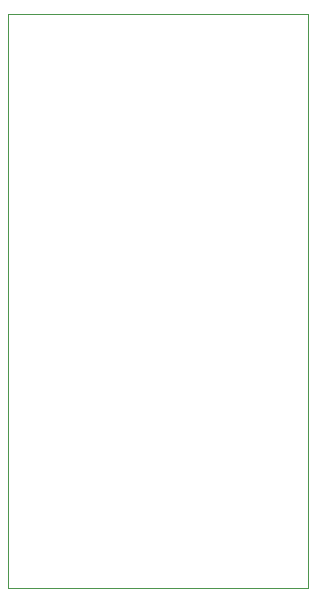
<source format=gtp>
G75*
%MOIN*%
%OFA0B0*%
%FSLAX24Y24*%
%IPPOS*%
%LPD*%
%ADD10C,0.0000*%
D10*
X000680Y001055D02*
X000680Y020180D01*
X010680Y020180D01*
X010680Y001055D01*
X000680Y001055D01*
M02*

</source>
